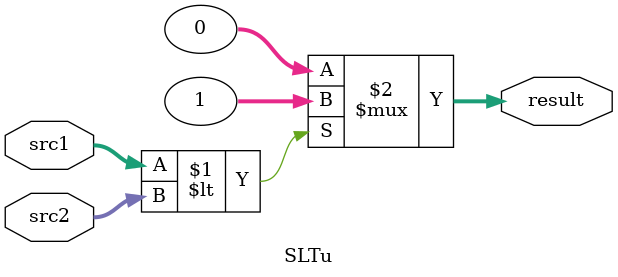
<source format=v>
`timescale 1ns / 1ps


module SLTu(
    input [31:0] src1,
    input [31:0] src2,
    output [31:0] result
    );
    assign result = src1 < src2 ? 32'b1 : 32'b0;
endmodule

</source>
